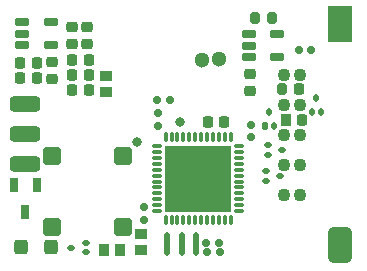
<source format=gts>
G04 Layer_Color=8388736*
%FSLAX25Y25*%
%MOIN*%
G70*
G01*
G75*
%ADD43C,0.03150*%
%ADD64R,0.03543X0.03937*%
G04:AMPARAMS|DCode=65|XSize=39.37mil|YSize=35.43mil|CornerRadius=9.84mil|HoleSize=0mil|Usage=FLASHONLY|Rotation=90.000|XOffset=0mil|YOffset=0mil|HoleType=Round|Shape=RoundedRectangle|*
%AMROUNDEDRECTD65*
21,1,0.03937,0.01575,0,0,90.0*
21,1,0.01969,0.03543,0,0,90.0*
1,1,0.01969,0.00787,0.00984*
1,1,0.01969,0.00787,-0.00984*
1,1,0.01969,-0.00787,-0.00984*
1,1,0.01969,-0.00787,0.00984*
%
%ADD65ROUNDEDRECTD65*%
%ADD66R,0.03937X0.03543*%
G04:AMPARAMS|DCode=67|XSize=23.62mil|YSize=27.56mil|CornerRadius=6.89mil|HoleSize=0mil|Usage=FLASHONLY|Rotation=90.000|XOffset=0mil|YOffset=0mil|HoleType=Round|Shape=RoundedRectangle|*
%AMROUNDEDRECTD67*
21,1,0.02362,0.01378,0,0,90.0*
21,1,0.00984,0.02756,0,0,90.0*
1,1,0.01378,0.00689,0.00492*
1,1,0.01378,0.00689,-0.00492*
1,1,0.01378,-0.00689,-0.00492*
1,1,0.01378,-0.00689,0.00492*
%
%ADD67ROUNDEDRECTD67*%
G04:AMPARAMS|DCode=68|XSize=39.37mil|YSize=31.5mil|CornerRadius=8.86mil|HoleSize=0mil|Usage=FLASHONLY|Rotation=90.000|XOffset=0mil|YOffset=0mil|HoleType=Round|Shape=RoundedRectangle|*
%AMROUNDEDRECTD68*
21,1,0.03937,0.01378,0,0,90.0*
21,1,0.02165,0.03150,0,0,90.0*
1,1,0.01772,0.00689,0.01083*
1,1,0.01772,0.00689,-0.01083*
1,1,0.01772,-0.00689,-0.01083*
1,1,0.01772,-0.00689,0.01083*
%
%ADD68ROUNDEDRECTD68*%
G04:AMPARAMS|DCode=69|XSize=29.53mil|YSize=47.24mil|CornerRadius=8.37mil|HoleSize=0mil|Usage=FLASHONLY|Rotation=90.000|XOffset=0mil|YOffset=0mil|HoleType=Round|Shape=RoundedRectangle|*
%AMROUNDEDRECTD69*
21,1,0.02953,0.03051,0,0,90.0*
21,1,0.01280,0.04724,0,0,90.0*
1,1,0.01673,0.01526,0.00640*
1,1,0.01673,0.01526,-0.00640*
1,1,0.01673,-0.01526,-0.00640*
1,1,0.01673,-0.01526,0.00640*
%
%ADD69ROUNDEDRECTD69*%
G04:AMPARAMS|DCode=70|XSize=48.94mil|YSize=48.94mil|CornerRadius=13.22mil|HoleSize=0mil|Usage=FLASHONLY|Rotation=90.000|XOffset=0mil|YOffset=0mil|HoleType=Round|Shape=RoundedRectangle|*
%AMROUNDEDRECTD70*
21,1,0.04894,0.02250,0,0,90.0*
21,1,0.02250,0.04894,0,0,90.0*
1,1,0.02644,0.01125,0.01125*
1,1,0.02644,0.01125,-0.01125*
1,1,0.02644,-0.01125,-0.01125*
1,1,0.02644,-0.01125,0.01125*
%
%ADD70ROUNDEDRECTD70*%
G04:AMPARAMS|DCode=71|XSize=17.72mil|YSize=25.59mil|CornerRadius=5.41mil|HoleSize=0mil|Usage=FLASHONLY|Rotation=270.000|XOffset=0mil|YOffset=0mil|HoleType=Round|Shape=RoundedRectangle|*
%AMROUNDEDRECTD71*
21,1,0.01772,0.01476,0,0,270.0*
21,1,0.00689,0.02559,0,0,270.0*
1,1,0.01083,-0.00738,-0.00345*
1,1,0.01083,-0.00738,0.00345*
1,1,0.01083,0.00738,0.00345*
1,1,0.01083,0.00738,-0.00345*
%
%ADD71ROUNDEDRECTD71*%
G04:AMPARAMS|DCode=72|XSize=23.62mil|YSize=27.56mil|CornerRadius=6.89mil|HoleSize=0mil|Usage=FLASHONLY|Rotation=0.000|XOffset=0mil|YOffset=0mil|HoleType=Round|Shape=RoundedRectangle|*
%AMROUNDEDRECTD72*
21,1,0.02362,0.01378,0,0,0.0*
21,1,0.00984,0.02756,0,0,0.0*
1,1,0.01378,0.00492,-0.00689*
1,1,0.01378,-0.00492,-0.00689*
1,1,0.01378,-0.00492,0.00689*
1,1,0.01378,0.00492,0.00689*
%
%ADD72ROUNDEDRECTD72*%
%ADD73O,0.01378X0.03740*%
%ADD74O,0.03740X0.01378*%
%ADD75R,0.22441X0.22441*%
G04:AMPARAMS|DCode=76|XSize=39.37mil|YSize=35.43mil|CornerRadius=9.84mil|HoleSize=0mil|Usage=FLASHONLY|Rotation=0.000|XOffset=0mil|YOffset=0mil|HoleType=Round|Shape=RoundedRectangle|*
%AMROUNDEDRECTD76*
21,1,0.03937,0.01575,0,0,0.0*
21,1,0.01969,0.03543,0,0,0.0*
1,1,0.01969,0.00984,-0.00787*
1,1,0.01969,-0.00984,-0.00787*
1,1,0.01969,-0.00984,0.00787*
1,1,0.01969,0.00984,0.00787*
%
%ADD76ROUNDEDRECTD76*%
G04:AMPARAMS|DCode=77|XSize=39.37mil|YSize=35.43mil|CornerRadius=0mil|HoleSize=0mil|Usage=FLASHONLY|Rotation=90.000|XOffset=0mil|YOffset=0mil|HoleType=Round|Shape=Octagon|*
%AMOCTAGOND77*
4,1,8,0.00886,0.01969,-0.00886,0.01969,-0.01772,0.01083,-0.01772,-0.01083,-0.00886,-0.01969,0.00886,-0.01969,0.01772,-0.01083,0.01772,0.01083,0.00886,0.01969,0.0*
%
%ADD77OCTAGOND77*%

G04:AMPARAMS|DCode=78|XSize=17.72mil|YSize=25.59mil|CornerRadius=5.41mil|HoleSize=0mil|Usage=FLASHONLY|Rotation=180.000|XOffset=0mil|YOffset=0mil|HoleType=Round|Shape=RoundedRectangle|*
%AMROUNDEDRECTD78*
21,1,0.01772,0.01476,0,0,180.0*
21,1,0.00689,0.02559,0,0,180.0*
1,1,0.01083,-0.00345,0.00738*
1,1,0.01083,0.00345,0.00738*
1,1,0.01083,0.00345,-0.00738*
1,1,0.01083,-0.00345,-0.00738*
%
%ADD78ROUNDEDRECTD78*%
G04:AMPARAMS|DCode=79|XSize=17.72mil|YSize=25.59mil|CornerRadius=0mil|HoleSize=0mil|Usage=FLASHONLY|Rotation=180.000|XOffset=0mil|YOffset=0mil|HoleType=Round|Shape=Octagon|*
%AMOCTAGOND79*
4,1,8,0.00443,-0.01280,-0.00443,-0.01280,-0.00886,-0.00837,-0.00886,0.00837,-0.00443,0.01280,0.00443,0.01280,0.00886,0.00837,0.00886,-0.00837,0.00443,-0.01280,0.0*
%
%ADD79OCTAGOND79*%

G04:AMPARAMS|DCode=80|XSize=19.69mil|YSize=78.74mil|CornerRadius=5.91mil|HoleSize=0mil|Usage=FLASHONLY|Rotation=180.000|XOffset=0mil|YOffset=0mil|HoleType=Round|Shape=RoundedRectangle|*
%AMROUNDEDRECTD80*
21,1,0.01969,0.06693,0,0,180.0*
21,1,0.00787,0.07874,0,0,180.0*
1,1,0.01181,-0.00394,0.03347*
1,1,0.01181,0.00394,0.03347*
1,1,0.01181,0.00394,-0.03347*
1,1,0.01181,-0.00394,-0.03347*
%
%ADD80ROUNDEDRECTD80*%
G04:AMPARAMS|DCode=81|XSize=62.99mil|YSize=62.99mil|CornerRadius=16.73mil|HoleSize=0mil|Usage=FLASHONLY|Rotation=180.000|XOffset=0mil|YOffset=0mil|HoleType=Round|Shape=RoundedRectangle|*
%AMROUNDEDRECTD81*
21,1,0.06299,0.02953,0,0,180.0*
21,1,0.02953,0.06299,0,0,180.0*
1,1,0.03347,-0.01476,0.01476*
1,1,0.03347,0.01476,0.01476*
1,1,0.03347,0.01476,-0.01476*
1,1,0.03347,-0.01476,-0.01476*
%
%ADD81ROUNDEDRECTD81*%
G04:AMPARAMS|DCode=82|XSize=102.36mil|YSize=51.18mil|CornerRadius=13.78mil|HoleSize=0mil|Usage=FLASHONLY|Rotation=180.000|XOffset=0mil|YOffset=0mil|HoleType=Round|Shape=RoundedRectangle|*
%AMROUNDEDRECTD82*
21,1,0.10236,0.02362,0,0,180.0*
21,1,0.07480,0.05118,0,0,180.0*
1,1,0.02756,-0.03740,0.01181*
1,1,0.02756,0.03740,0.01181*
1,1,0.02756,0.03740,-0.01181*
1,1,0.02756,-0.03740,-0.01181*
%
%ADD82ROUNDEDRECTD82*%
G04:AMPARAMS|DCode=83|XSize=122.05mil|YSize=82.68mil|CornerRadius=21.65mil|HoleSize=0mil|Usage=FLASHONLY|Rotation=270.000|XOffset=0mil|YOffset=0mil|HoleType=Round|Shape=RoundedRectangle|*
%AMROUNDEDRECTD83*
21,1,0.12205,0.03937,0,0,270.0*
21,1,0.07874,0.08268,0,0,270.0*
1,1,0.04331,-0.01969,-0.03937*
1,1,0.04331,-0.01969,0.03937*
1,1,0.04331,0.01969,0.03937*
1,1,0.04331,0.01969,-0.03937*
%
%ADD83ROUNDEDRECTD83*%
%ADD84R,0.08268X0.12205*%
%ADD85R,0.02559X0.04724*%
%ADD86C,0.05118*%
%ADD87C,0.04331*%
D43*
X57677Y47933D02*
D03*
X43504Y41437D02*
D03*
D64*
X93012Y48524D02*
D03*
X37787Y5307D02*
D03*
X32276D02*
D03*
D65*
X98524Y48524D02*
D03*
X66929Y47933D02*
D03*
X72441D02*
D03*
X97342Y58957D02*
D03*
X21752Y68504D02*
D03*
X27264D02*
D03*
X21752Y63583D02*
D03*
X27264D02*
D03*
X4528Y67716D02*
D03*
X10039D02*
D03*
X4528Y62598D02*
D03*
X10039D02*
D03*
X27264Y58661D02*
D03*
X21752D02*
D03*
D66*
X44783Y10728D02*
D03*
Y5217D02*
D03*
X33206Y57936D02*
D03*
Y63448D02*
D03*
D67*
X97264Y71850D02*
D03*
X101555D02*
D03*
X50217Y55216D02*
D03*
X54508D02*
D03*
X70846Y7677D02*
D03*
X66555D02*
D03*
X70945Y4528D02*
D03*
X66654D02*
D03*
D68*
X82579Y82579D02*
D03*
X88484D02*
D03*
D69*
X80610Y77165D02*
D03*
Y73425D02*
D03*
Y69685D02*
D03*
X90059D02*
D03*
Y77165D02*
D03*
X5217Y81201D02*
D03*
Y77461D02*
D03*
Y73721D02*
D03*
X14665D02*
D03*
Y81201D02*
D03*
D70*
X14724Y6201D02*
D03*
X4724D02*
D03*
D71*
X26280Y4528D02*
D03*
Y7677D02*
D03*
X21555Y6102D02*
D03*
X86910Y40256D02*
D03*
Y37106D02*
D03*
X91634Y38681D02*
D03*
X86417Y31594D02*
D03*
Y28445D02*
D03*
X91142Y30020D02*
D03*
D72*
X45768Y15374D02*
D03*
Y19665D02*
D03*
X50394Y46772D02*
D03*
Y51063D02*
D03*
X81398Y47126D02*
D03*
Y42835D02*
D03*
D73*
X52953Y15354D02*
D03*
X54921D02*
D03*
X56890D02*
D03*
X58858D02*
D03*
X60827D02*
D03*
X62795D02*
D03*
X64764D02*
D03*
X66732D02*
D03*
X68701D02*
D03*
X70669D02*
D03*
X72638D02*
D03*
X74606D02*
D03*
Y42913D02*
D03*
X72638D02*
D03*
X70669D02*
D03*
X68701D02*
D03*
X66732D02*
D03*
X64764D02*
D03*
X62795D02*
D03*
X60827D02*
D03*
X58858D02*
D03*
X56890D02*
D03*
X54921D02*
D03*
X52953D02*
D03*
D74*
X77559Y18307D02*
D03*
Y20276D02*
D03*
Y22244D02*
D03*
Y24213D02*
D03*
Y26181D02*
D03*
Y28150D02*
D03*
Y30118D02*
D03*
Y32087D02*
D03*
Y34055D02*
D03*
Y36024D02*
D03*
Y37992D02*
D03*
Y39961D02*
D03*
X50000D02*
D03*
Y37992D02*
D03*
Y36024D02*
D03*
Y34055D02*
D03*
Y32087D02*
D03*
Y30118D02*
D03*
Y28150D02*
D03*
Y26181D02*
D03*
Y24213D02*
D03*
Y22244D02*
D03*
Y20276D02*
D03*
Y18307D02*
D03*
D75*
X63779Y29134D02*
D03*
D76*
X80905Y63976D02*
D03*
Y58465D02*
D03*
X21752Y79527D02*
D03*
Y74016D02*
D03*
X26870Y79527D02*
D03*
Y74016D02*
D03*
X15059Y62402D02*
D03*
Y67913D02*
D03*
D77*
X91831Y58957D02*
D03*
D78*
X101575Y51279D02*
D03*
X104724D02*
D03*
X103150Y56004D02*
D03*
X89075Y46555D02*
D03*
X87500Y51279D02*
D03*
D79*
X85925Y46555D02*
D03*
D80*
X62992Y7382D02*
D03*
X58268D02*
D03*
X53543D02*
D03*
D81*
X14961Y36713D02*
D03*
X38583D02*
D03*
X14961Y13091D02*
D03*
X38583D02*
D03*
D82*
X5906Y53848D02*
D03*
Y43848D02*
D03*
Y33848D02*
D03*
D83*
X110925Y6890D02*
D03*
D84*
Y80512D02*
D03*
D85*
X6201Y18150D02*
D03*
X2461Y26850D02*
D03*
X9941Y27047D02*
D03*
D86*
X70866Y68898D02*
D03*
X65158Y68602D02*
D03*
D87*
X92246Y63657D02*
D03*
Y53657D02*
D03*
Y43657D02*
D03*
Y33658D02*
D03*
Y23658D02*
D03*
X97583D02*
D03*
Y63657D02*
D03*
Y33658D02*
D03*
Y53657D02*
D03*
Y43657D02*
D03*
M02*

</source>
